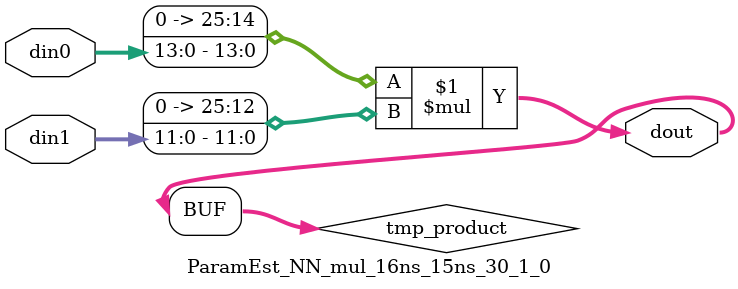
<source format=v>

`timescale 1 ns / 1 ps

  module ParamEst_NN_mul_16ns_15ns_30_1_0(din0, din1, dout);
parameter ID = 1;
parameter NUM_STAGE = 0;
parameter din0_WIDTH = 14;
parameter din1_WIDTH = 12;
parameter dout_WIDTH = 26;

input [din0_WIDTH - 1 : 0] din0; 
input [din1_WIDTH - 1 : 0] din1; 
output [dout_WIDTH - 1 : 0] dout;

wire signed [dout_WIDTH - 1 : 0] tmp_product;










assign tmp_product = $signed({1'b0, din0}) * $signed({1'b0, din1});











assign dout = tmp_product;







endmodule

</source>
